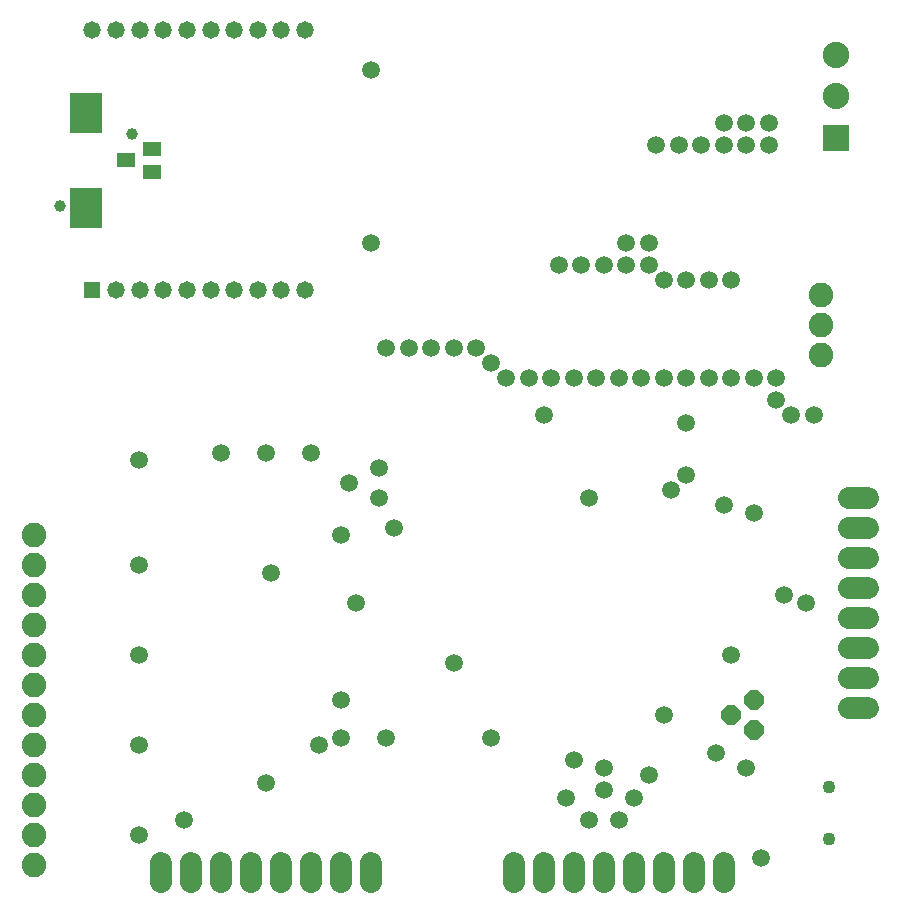
<source format=gbs>
G75*
G70*
%OFA0B0*%
%FSLAX24Y24*%
%IPPOS*%
%LPD*%
%AMOC8*
5,1,8,0,0,1.08239X$1,22.5*
%
%ADD10R,0.0580X0.0580*%
%ADD11C,0.0580*%
%ADD12C,0.0720*%
%ADD13R,0.1064X0.1340*%
%ADD14C,0.0395*%
%ADD15R,0.0631X0.0474*%
%ADD16C,0.0820*%
%ADD17OC8,0.0640*%
%ADD18R,0.0880X0.0880*%
%ADD19C,0.0880*%
%ADD20C,0.0434*%
%ADD21C,0.0595*%
D10*
X003608Y020873D03*
D11*
X004395Y020873D03*
X005183Y020873D03*
X005970Y020873D03*
X006757Y020873D03*
X007545Y020873D03*
X008332Y020873D03*
X009120Y020873D03*
X009907Y020873D03*
X010694Y020873D03*
X010694Y029534D03*
X009907Y029534D03*
X009120Y029534D03*
X008332Y029534D03*
X007545Y029534D03*
X006757Y029534D03*
X005970Y029534D03*
X005183Y029534D03*
X004395Y029534D03*
X003608Y029534D03*
D12*
X028831Y013954D02*
X029471Y013954D01*
X029471Y012954D02*
X028831Y012954D01*
X028831Y011954D02*
X029471Y011954D01*
X029471Y010954D02*
X028831Y010954D01*
X028831Y009954D02*
X029471Y009954D01*
X029471Y008954D02*
X028831Y008954D01*
X028831Y007954D02*
X029471Y007954D01*
X029471Y006954D02*
X028831Y006954D01*
X024651Y001774D02*
X024651Y001134D01*
X023651Y001134D02*
X023651Y001774D01*
X022651Y001774D02*
X022651Y001134D01*
X021651Y001134D02*
X021651Y001774D01*
X020651Y001774D02*
X020651Y001134D01*
X019651Y001134D02*
X019651Y001774D01*
X018651Y001774D02*
X018651Y001134D01*
X017651Y001134D02*
X017651Y001774D01*
X012901Y001774D02*
X012901Y001134D01*
X011901Y001134D02*
X011901Y001774D01*
X010901Y001774D02*
X010901Y001134D01*
X009901Y001134D02*
X009901Y001774D01*
X008901Y001774D02*
X008901Y001134D01*
X007901Y001134D02*
X007901Y001774D01*
X006901Y001774D02*
X006901Y001134D01*
X005901Y001134D02*
X005901Y001774D01*
D13*
X003401Y023629D03*
X003401Y026778D03*
D14*
X004937Y026089D03*
X002515Y023668D03*
D15*
X004718Y025204D03*
X005584Y025578D03*
X005584Y024830D03*
D16*
X001651Y001704D03*
X001651Y002704D03*
X001651Y003704D03*
X001651Y004704D03*
X001651Y005704D03*
X001651Y006704D03*
X001651Y007704D03*
X001651Y008704D03*
X001651Y009704D03*
X001651Y010704D03*
X001651Y011704D03*
X001651Y012704D03*
X027901Y018704D03*
X027901Y019704D03*
X027901Y020704D03*
D17*
X025651Y007204D03*
X024901Y006704D03*
X025651Y006204D03*
D18*
X028401Y025954D03*
D19*
X028401Y027331D03*
X028401Y028709D03*
D20*
X028151Y004320D03*
X028151Y002587D03*
D21*
X025901Y001954D03*
X025401Y004954D03*
X024401Y005454D03*
X022651Y006704D03*
X022151Y004704D03*
X021651Y003954D03*
X021151Y003204D03*
X020651Y004204D03*
X020651Y004954D03*
X019651Y005204D03*
X019401Y003954D03*
X020151Y003204D03*
X016901Y005954D03*
X015651Y008454D03*
X013401Y005954D03*
X011901Y005954D03*
X011151Y005704D03*
X011901Y007204D03*
X009401Y004454D03*
X006651Y003204D03*
X005151Y002704D03*
X005151Y005704D03*
X005151Y008704D03*
X005151Y011704D03*
X005151Y015204D03*
X007901Y015454D03*
X009401Y015454D03*
X010901Y015454D03*
X012151Y014454D03*
X013151Y014954D03*
X013151Y013954D03*
X013651Y012954D03*
X011901Y012704D03*
X012401Y010454D03*
X009547Y011454D03*
X013401Y018954D03*
X014151Y018954D03*
X014901Y018954D03*
X015651Y018954D03*
X016401Y018954D03*
X016901Y018454D03*
X017401Y017954D03*
X018151Y017954D03*
X018901Y017954D03*
X019651Y017954D03*
X020401Y017954D03*
X021151Y017954D03*
X021901Y017954D03*
X022651Y017954D03*
X023401Y017954D03*
X024151Y017954D03*
X024901Y017954D03*
X025651Y017954D03*
X026401Y017954D03*
X026401Y017204D03*
X026901Y016704D03*
X027651Y016704D03*
X024651Y013704D03*
X025651Y013454D03*
X023401Y014704D03*
X022901Y014204D03*
X023401Y016454D03*
X020151Y013954D03*
X018651Y016704D03*
X022651Y021204D03*
X022151Y021704D03*
X022151Y022454D03*
X021401Y022454D03*
X021401Y021704D03*
X020651Y021704D03*
X019901Y021704D03*
X019151Y021704D03*
X022401Y025704D03*
X023151Y025704D03*
X023901Y025704D03*
X024651Y025704D03*
X025401Y025704D03*
X025401Y026454D03*
X024651Y026454D03*
X026151Y026454D03*
X026151Y025704D03*
X024901Y021204D03*
X024151Y021204D03*
X023401Y021204D03*
X012901Y022454D03*
X012901Y028204D03*
X026651Y010704D03*
X027401Y010454D03*
X024901Y008704D03*
M02*

</source>
